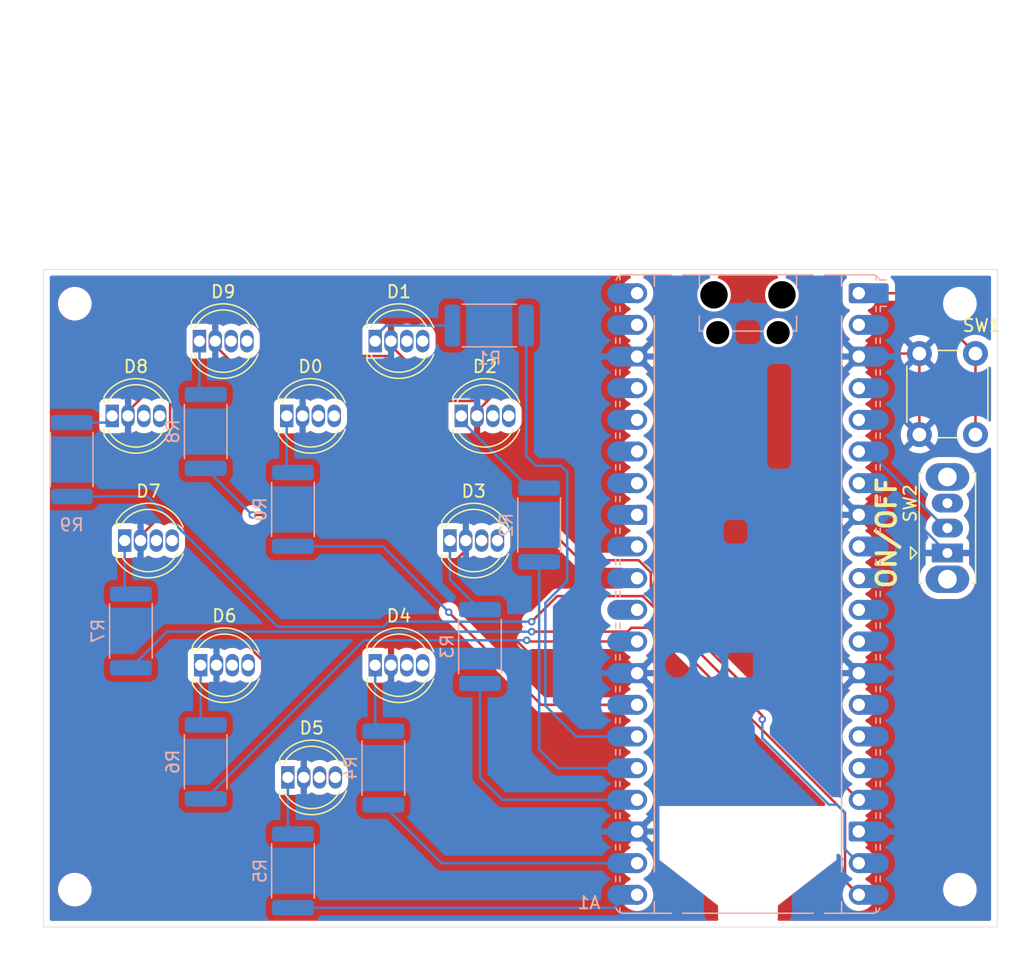
<source format=kicad_pcb>
(kicad_pcb (version 20241229) (generator "pcbnew") (generator_version "9.0")
  (layers (0 "F.Cu" signal) (2 "B.Cu" signal) (13 "F.Paste" user) (15 "B.Paste" user) (5 "F.SilkS" user "F.Silkscreen") (7 "B.SilkS" user "B.Silkscreen") (1 "F.Mask" user) (3 "B.Mask" user) (25 "Edge.Cuts" user))
  (net 0 "")
  (net 2 "RED7")
  (net 8 "RED4")
  (net 13 "RED6")
  (net 15 "RED3")
  (net 17 "RED1")
  (net 18 "RED0")
  (net 19 "RED2")
  (net 21 "RED5")
  (net 22 "GND")
  (net 41 "RED8")
  (net 42 "RED9")
  (net 45 "Net-(D0-RA)")
  (net 46 "Net-(D1-RA)")
  (net 47 "Net-(D2-RA)")
  (net 48 "Net-(D3-RA)")
  (net 49 "Net-(D4-RA)")
  (net 50 "Net-(D5-RA)")
  (net 51 "Net-(D6-RA)")
  (net 52 "Net-(D7-RA)")
  (net 53 "Net-(D8-RA)")
  (net 54 "Net-(D9-RA)")
  (net 59 "Net-(A1-GPIO0)")
  (net 64 "Net-(A1-GPIO4)")
  (footprint "LED_THT:LED_D5.0mm-4_RGB" (layer "F.Cu") (at 96.095 63)
    (property "Reference" "D5" (at 1.905 -3.96 0) (layer "F.SilkS"))
    (property "Value" "LED_RKGB")
    (pad "1" thru_hole rect (at 0 0) (size 1.07 1.8) (drill 0.9) (layers "*.Cu" "*.Mask") (net 50 "Net-(D5-RA)"))
    (pad "2" thru_hole oval (at 1.27 0) (size 1.07 1.8) (drill 0.9) (layers "*.Cu" "*.Mask") (net 22 "GND"))
    (pad "3" thru_hole oval (at 2.54 0) (size 1.07 1.8) (drill 0.9) (layers "*.Cu" "*.Mask"))
    (pad "4" thru_hole oval (at 3.81 0) (size 1.07 1.8) (drill 0.9) (layers "*.Cu" "*.Mask"))
  )
  (footprint "LED_THT:LED_D5.0mm-4_RGB" (layer "F.Cu") (at 89.095 54)
    (property "Reference" "D6" (at 1.905 -3.96 0) (layer "F.SilkS"))
    (property "Value" "LED_RKGB")
    (pad "1" thru_hole rect (at 0 0) (size 1.07 1.8) (drill 0.9) (layers "*.Cu" "*.Mask") (net 51 "Net-(D6-RA)"))
    (pad "2" thru_hole oval (at 1.27 0) (size 1.07 1.8) (drill 0.9) (layers "*.Cu" "*.Mask") (net 22 "GND"))
    (pad "3" thru_hole oval (at 2.54 0) (size 1.07 1.8) (drill 0.9) (layers "*.Cu" "*.Mask"))
    (pad "4" thru_hole oval (at 3.81 0) (size 1.07 1.8) (drill 0.9) (layers "*.Cu" "*.Mask"))
  )
  (footprint "LED_THT:LED_D5.0mm-4_RGB" (layer "F.Cu") (at 83 44)
    (property "Reference" "D7" (at 1.905 -3.96 0) (layer "F.SilkS"))
    (property "Value" "LED_RKGB")
    (pad "1" thru_hole rect (at 0 0) (size 1.07 1.8) (drill 0.9) (layers "*.Cu" "*.Mask") (net 52 "Net-(D7-RA)"))
    (pad "2" thru_hole oval (at 1.27 0) (size 1.07 1.8) (drill 0.9) (layers "*.Cu" "*.Mask") (net 22 "GND"))
    (pad "3" thru_hole oval (at 2.54 0) (size 1.07 1.8) (drill 0.9) (layers "*.Cu" "*.Mask"))
    (pad "4" thru_hole oval (at 3.81 0) (size 1.07 1.8) (drill 0.9) (layers "*.Cu" "*.Mask"))
  )
  (footprint "MountingHole:MountingHole_2.2mm_M2" (layer "F.Cu") (at 150 72)
    (property "Reference" "H3" (hide yes))
    (property "Value" "MountingHole")
    (pad "" np_thru_hole circle (at 0 0) (size 2.2 2.2) (drill 2.2) (layers "*.Cu" "*.Mask"))
  )
  (footprint "Button_Switch_THT:SW_PUSH_6mm_H4.3mm" (layer "F.Cu") (at 151.25 29 -90)
    (property "Reference" "SW1" (at -2.25 -0.5 180) (layer "F.SilkS"))
    (property "Value" "MODE_SELECT")
    (pad "1" thru_hole circle (at 0 0) (size 2 2) (drill 1.1) (layers "*.Cu" "*.Mask") (net 59 "Net-(A1-GPIO0)"))
    (pad "1" thru_hole circle (at 6.5 0) (size 2 2) (drill 1.1) (layers "*.Cu" "*.Mask") (net 59 "Net-(A1-GPIO0)"))
    (pad "2" thru_hole circle (at 0 4.5) (size 2 2) (drill 1.1) (layers "*.Cu" "*.Mask") (net 22 "GND"))
    (pad "2" thru_hole circle (at 6.5 4.5) (size 2 2) (drill 1.1) (layers "*.Cu" "*.Mask") (net 22 "GND"))
  )
  (footprint "MountingHole:MountingHole_2.2mm_M2" (layer "F.Cu") (at 79 72)
    (property "Reference" "H2" (hide yes))
    (property "Value" "MountingHole")
    (pad "" np_thru_hole circle (at 0 0) (size 2.2 2.2) (drill 2.2) (layers "*.Cu" "*.Mask"))
  )
  (footprint "LED_THT:LED_D5.0mm-4_RGB" (layer "F.Cu") (at 82 34)
    (property "Reference" "D8" (at 1.905 -3.96 0) (layer "F.SilkS"))
    (property "Value" "LED_RKGB")
    (pad "1" thru_hole rect (at 0 0) (size 1.07 1.8) (drill 0.9) (layers "*.Cu" "*.Mask") (net 53 "Net-(D8-RA)"))
    (pad "2" thru_hole oval (at 1.27 0) (size 1.07 1.8) (drill 0.9) (layers "*.Cu" "*.Mask") (net 22 "GND"))
    (pad "3" thru_hole oval (at 2.54 0) (size 1.07 1.8) (drill 0.9) (layers "*.Cu" "*.Mask"))
    (pad "4" thru_hole oval (at 3.81 0) (size 1.07 1.8) (drill 0.9) (layers "*.Cu" "*.Mask"))
  )
  (footprint "LED_THT:LED_D5.0mm-4_RGB" (layer "F.Cu") (at 110 34)
    (property "Reference" "D2" (at 1.905 -3.96 0) (layer "F.SilkS"))
    (property "Value" "LED_RKGB")
    (pad "1" thru_hole rect (at 0 0) (size 1.07 1.8) (drill 0.9) (layers "*.Cu" "*.Mask") (net 47 "Net-(D2-RA)"))
    (pad "2" thru_hole oval (at 1.27 0) (size 1.07 1.8) (drill 0.9) (layers "*.Cu" "*.Mask") (net 22 "GND"))
    (pad "3" thru_hole oval (at 2.54 0) (size 1.07 1.8) (drill 0.9) (layers "*.Cu" "*.Mask"))
    (pad "4" thru_hole oval (at 3.81 0) (size 1.07 1.8) (drill 0.9) (layers "*.Cu" "*.Mask"))
  )
  (footprint "LED_THT:LED_D5.0mm-4_RGB" (layer "F.Cu") (at 103.095 28)
    (property "Reference" "D1" (at 1.905 -3.96 0) (layer "F.SilkS"))
    (property "Value" "LED_RKGB")
    (pad "1" thru_hole rect (at 0 0) (size 1.07 1.8) (drill 0.9) (layers "*.Cu" "*.Mask") (net 46 "Net-(D1-RA)"))
    (pad "2" thru_hole oval (at 1.27 0) (size 1.07 1.8) (drill 0.9) (layers "*.Cu" "*.Mask") (net 22 "GND"))
    (pad "3" thru_hole oval (at 2.54 0) (size 1.07 1.8) (drill 0.9) (layers "*.Cu" "*.Mask"))
    (pad "4" thru_hole oval (at 3.81 0) (size 1.07 1.8) (drill 0.9) (layers "*.Cu" "*.Mask"))
  )
  (footprint "Button_Switch_THT:SW_Slide_SPDT_Straight_CK_OS102011MS2Q" (layer "F.Cu") (at 149 45 90)
    (property "Reference" "SW2" (at 3.99 -2.99 90) (layer "F.SilkS"))
    (property "Value" "SWITCH")
    (pad "" thru_hole oval (at -2.1 0 90) (size 2.2 3.5) (drill 1.5) (layers "*.Cu" "*.Mask"))
    (pad "" thru_hole oval (at 6.1 0 90) (size 2.2 3.5) (drill 1.5) (layers "*.Cu" "*.Mask"))
    (pad "1" thru_hole rect (at 0 0 90) (size 1.5 2.5) (drill 0.8) (layers "*.Cu" "*.Mask") (net 22 "GND"))
    (pad "2" thru_hole oval (at 2 0 90) (size 1.5 2.5) (drill 0.8) (layers "*.Cu" "*.Mask") (net 64 "Net-(A1-GPIO4)"))
    (pad "3" thru_hole oval (at 4 0 90) (size 1.5 2.5) (drill 0.8) (layers "*.Cu" "*.Mask"))
  )
  (footprint "LED_THT:LED_D5.0mm-4_RGB" (layer "F.Cu") (at 89 28)
    (property "Reference" "D9" (at 1.905 -3.96 0) (layer "F.SilkS"))
    (property "Value" "LED_RKGB")
    (pad "1" thru_hole rect (at 0 0) (size 1.07 1.8) (drill 0.9) (layers "*.Cu" "*.Mask") (net 54 "Net-(D9-RA)"))
    (pad "2" thru_hole oval (at 1.27 0) (size 1.07 1.8) (drill 0.9) (layers "*.Cu" "*.Mask") (net 22 "GND"))
    (pad "3" thru_hole oval (at 2.54 0) (size 1.07 1.8) (drill 0.9) (layers "*.Cu" "*.Mask"))
    (pad "4" thru_hole oval (at 3.81 0) (size 1.07 1.8) (drill 0.9) (layers "*.Cu" "*.Mask"))
  )
  (footprint "LED_THT:LED_D5.0mm-4_RGB" (layer "F.Cu") (at 96 34)
    (property "Reference" "D0" (at 1.905 -3.96 0) (layer "F.SilkS"))
    (property "Value" "LED_RKGB")
    (pad "1" thru_hole rect (at 0 0) (size 1.07 1.8) (drill 0.9) (layers "*.Cu" "*.Mask") (net 45 "Net-(D0-RA)"))
    (pad "2" thru_hole oval (at 1.27 0) (size 1.07 1.8) (drill 0.9) (layers "*.Cu" "*.Mask") (net 22 "GND"))
    (pad "3" thru_hole oval (at 2.54 0) (size 1.07 1.8) (drill 0.9) (layers "*.Cu" "*.Mask"))
    (pad "4" thru_hole oval (at 3.81 0) (size 1.07 1.8) (drill 0.9) (layers "*.Cu" "*.Mask"))
  )
  (footprint "MountingHole:MountingHole_2.2mm_M2" (layer "F.Cu") (at 79 25)
    (property "Reference" "H1" (hide yes))
    (property "Value" "MountingHole")
    (pad "" np_thru_hole circle (at 0 0) (size 2.2 2.2) (drill 2.2) (layers "*.Cu" "*.Mask"))
  )
  (footprint "LED_THT:LED_D5.0mm-4_RGB" (layer "F.Cu") (at 109.095 44)
    (property "Reference" "D3" (at 1.905 -3.96 0) (layer "F.SilkS"))
    (property "Value" "LED_RKGB")
    (pad "1" thru_hole rect (at 0 0) (size 1.07 1.8) (drill 0.9) (layers "*.Cu" "*.Mask") (net 48 "Net-(D3-RA)"))
    (pad "2" thru_hole oval (at 1.27 0) (size 1.07 1.8) (drill 0.9) (layers "*.Cu" "*.Mask") (net 22 "GND"))
    (pad "3" thru_hole oval (at 2.54 0) (size 1.07 1.8) (drill 0.9) (layers "*.Cu" "*.Mask"))
    (pad "4" thru_hole oval (at 3.81 0) (size 1.07 1.8) (drill 0.9) (layers "*.Cu" "*.Mask"))
  )
  (footprint "LED_THT:LED_D5.0mm-4_RGB" (layer "F.Cu") (at 103.095 54)
    (property "Reference" "D4" (at 1.905 -3.96 0) (layer "F.SilkS"))
    (property "Value" "LED_RKGB")
    (pad "1" thru_hole rect (at 0 0) (size 1.07 1.8) (drill 0.9) (layers "*.Cu" "*.Mask") (net 49 "Net-(D4-RA)"))
    (pad "2" thru_hole oval (at 1.27 0) (size 1.07 1.8) (drill 0.9) (layers "*.Cu" "*.Mask") (net 22 "GND"))
    (pad "3" thru_hole oval (at 2.54 0) (size 1.07 1.8) (drill 0.9) (layers "*.Cu" "*.Mask"))
    (pad "4" thru_hole oval (at 3.81 0) (size 1.07 1.8) (drill 0.9) (layers "*.Cu" "*.Mask"))
  )
  (footprint "MountingHole:MountingHole_2.2mm_M2" (layer "F.Cu") (at 150 25)
    (property "Reference" "H4" (hide yes))
    (property "Value" "MountingHole")
    (pad "" np_thru_hole circle (at 0 0) (size 2.2 2.2) (drill 2.2) (layers "*.Cu" "*.Mask"))
  )
  (footprint "Resistor_SMD:R_2512_6332Metric" (layer "B.Cu") (at 78.75 37.5 -90)
    (property "Reference" "R9" (at 5.25 0 180) (layer "B.SilkS") (effects (justify mirror)))
    (property "Value" "560Ohm")
    (pad "1" smd roundrect (at -2.9625 0 270) (size 1.225 3.35) (layers "B.Cu" "B.Mask" "B.Paste") (roundrect_rratio 0.204082) (net 53 "Net-(D8-RA)"))
    (pad "2" smd roundrect (at 2.9625 0 270) (size 1.225 3.35) (layers "B.Cu" "B.Mask" "B.Paste") (roundrect_rratio 0.204082) (net 41 "RED8"))
  )
  (footprint "Resistor_SMD:R_2512_6332Metric" (layer "B.Cu") (at 96.5 70.5 -90)
    (property "Reference" "R5" (at 0 2.63 90) (layer "B.SilkS") (effects (justify mirror)))
    (property "Value" "560Ohm")
    (pad "1" smd roundrect (at -2.9625 0 270) (size 1.225 3.35) (layers "B.Cu" "B.Mask" "B.Paste") (roundrect_rratio 0.204082) (net 50 "Net-(D5-RA)"))
    (pad "2" smd roundrect (at 2.9625 0 270) (size 1.225 3.35) (layers "B.Cu" "B.Mask" "B.Paste") (roundrect_rratio 0.204082) (net 21 "RED5"))
  )
  (footprint "Resistor_SMD:R_2512_6332Metric" (layer "B.Cu") (at 83.5 51.25 -90)
    (property "Reference" "R7" (at 0 2.63 90) (layer "B.SilkS") (effects (justify mirror)))
    (property "Value" "560Ohm")
    (pad "1" smd roundrect (at -2.9625 0 270) (size 1.225 3.35) (layers "B.Cu" "B.Mask" "B.Paste") (roundrect_rratio 0.204082) (net 52 "Net-(D7-RA)"))
    (pad "2" smd roundrect (at 2.9625 0 270) (size 1.225 3.35) (layers "B.Cu" "B.Mask" "B.Paste") (roundrect_rratio 0.204082) (net 2 "RED7"))
  )
  (footprint "Resistor_SMD:R_2512_6332Metric" (layer "B.Cu") (at 89.5 35.25 -90)
    (property "Reference" "R8" (at 0 2.63 90) (layer "B.SilkS") (effects (justify mirror)))
    (property "Value" "560Ohm")
    (pad "1" smd roundrect (at -2.9625 0 270) (size 1.225 3.35) (layers "B.Cu" "B.Mask" "B.Paste") (roundrect_rratio 0.204082) (net 54 "Net-(D9-RA)"))
    (pad "2" smd roundrect (at 2.9625 0 270) (size 1.225 3.35) (layers "B.Cu" "B.Mask" "B.Paste") (roundrect_rratio 0.204082) (net 42 "RED9"))
  )
  (footprint "Resistor_SMD:R_2512_6332Metric" (layer "B.Cu") (at 112.25 26.75)
    (property "Reference" "R1" (at 0 2.63 0) (layer "B.SilkS") (effects (justify mirror)))
    (property "Value" "560Ohm")
    (pad "1" smd roundrect (at -2.9625 0) (size 1.225 3.35) (layers "B.Cu" "B.Mask" "B.Paste") (roundrect_rratio 0.204082) (net 46 "Net-(D1-RA)"))
    (pad "2" smd roundrect (at 2.9625 0) (size 1.225 3.35) (layers "B.Cu" "B.Mask" "B.Paste") (roundrect_rratio 0.204082) (net 17 "RED1"))
  )
  (footprint "Resistor_SMD:R_2512_6332Metric" (layer "B.Cu") (at 111.5 52.5 -90)
    (property "Reference" "R3" (at 0 2.63 90) (layer "B.SilkS") (effects (justify mirror)))
    (property "Value" "R_Small")
    (pad "1" smd roundrect (at -2.9625 0 270) (size 1.225 3.35) (layers "B.Cu" "B.Mask" "B.Paste") (roundrect_rratio 0.204082) (net 48 "Net-(D3-RA)"))
    (pad "2" smd roundrect (at 2.9625 0 270) (size 1.225 3.35) (layers "B.Cu" "B.Mask" "B.Paste") (roundrect_rratio 0.204082) (net 15 "RED3"))
  )
  (footprint "Resistor_SMD:R_2512_6332Metric" (layer "B.Cu") (at 89.5 61.75 -90)
    (property "Reference" "R6" (at 0 2.63 90) (layer "B.SilkS") (effects (justify mirror)))
    (property "Value" "560Ohm")
    (pad "1" smd roundrect (at -2.9625 0 270) (size 1.225 3.35) (layers "B.Cu" "B.Mask" "B.Paste") (roundrect_rratio 0.204082) (net 51 "Net-(D6-RA)"))
    (pad "2" smd roundrect (at 2.9625 0 270) (size 1.225 3.35) (layers "B.Cu" "B.Mask" "B.Paste") (roundrect_rratio 0.204082) (net 13 "RED6"))
  )
  (footprint "Resistor_SMD:R_2512_6332Metric" (layer "B.Cu") (at 116.25 42.75 -90)
    (property "Reference" "R2" (at 0 2.63 90) (layer "B.SilkS") (effects (justify mirror)))
    (property "Value" "560Ohm" (hide yes))
    (pad "1" smd roundrect (at -2.9625 0 270) (size 1.225 3.35) (layers "B.Cu" "B.Mask" "B.Paste") (roundrect_rratio 0.204082) (net 47 "Net-(D2-RA)"))
    (pad "2" smd roundrect (at 2.9625 0 270) (size 1.225 3.35) (layers "B.Cu" "B.Mask" "B.Paste") (roundrect_rratio 0.204082) (net 19 "RED2"))
  )
  (footprint "Resistor_SMD:R_2512_6332Metric" (layer "B.Cu") (at 103.75 62.25 -90)
    (property "Reference" "R4" (at 0 2.63 90) (layer "B.SilkS") (effects (justify mirror)))
    (property "Value" "560Ohm")
    (pad "1" smd roundrect (at -2.9625 0 270) (size 1.225 3.35) (layers "B.Cu" "B.Mask" "B.Paste") (roundrect_rratio 0.204082) (net 49 "Net-(D4-RA)"))
    (pad "2" smd roundrect (at 2.9625 0 270) (size 1.225 3.35) (layers "B.Cu" "B.Mask" "B.Paste") (roundrect_rratio 0.204082) (net 8 "RED4"))
  )
  (footprint "Resistor_SMD:R_2512_6332Metric" (layer "B.Cu") (at 96.5 41.5 -90)
    (property "Reference" "R0" (at 0 2.63 90) (layer "B.SilkS") (effects (justify mirror)))
    (property "Value" "560Ohm")
    (pad "1" smd roundrect (at -2.9625 0 270) (size 1.225 3.35) (layers "B.Cu" "B.Mask" "B.Paste") (roundrect_rratio 0.204082) (net 45 "Net-(D0-RA)"))
    (pad "2" smd roundrect (at 2.9625 0 270) (size 1.225 3.35) (layers "B.Cu" "B.Mask" "B.Paste") (roundrect_rratio 0.204082) (net 18 "RED0"))
  )
  (footprint "Module:RaspberryPi_Pico_Common_Unspecified" (layer "B.Cu") (at 133 48.2875 180)
    (property "Reference" "A1" (at 11.7475 -24.765 0) (layer "B.SilkS") (effects (justify left mirror)))
    (property "Value" "RaspberryPi_Pico")
    (pad "" np_thru_hole circle (at -2.725 24 180) (size 2.2 2.2) (drill 2.2) (layers "*.Mask"))
    (pad "" np_thru_hole circle (at -2.425 20.97 180) (size 1.85 1.85) (drill 1.85) (layers "*.Mask"))
    (pad "" np_thru_hole circle (at 2.425 20.97 180) (size 1.85 1.85) (drill 1.85) (layers "*.Mask"))
    (pad "" np_thru_hole circle (at 2.725 24 180) (size 2.2 2.2) (drill 2.2) (layers "*.Mask"))
    (pad "1" smd custom (at -9.69 24.13 180) (size 1.6 0.8) (layers "B.Cu" "B.Mask") (net 59 "Net-(A1-GPIO0)") (options (clearance outline) (anchor rect)) (primitives (gr_circle (center 0.8 0) (end 1.6 0) (width 0) (fill yes)) (gr_poly (pts (xy -1.6 0.6) (xy -1.6 -0.6) (xy -1.4 -0.8) (xy 0.8 -0.8) (xy 0.8 0.8) (xy -1.4 0.8)) (width 0) (fill yes)) (gr_circle (center -1.4 0.6) (end -1.2 0.6) (width 0) (fill yes)) (gr_circle (center -1.4 -0.6) (end -1.2 -0.6) (width 0) (fill yes))))
    (pad "1" thru_hole roundrect (at -8.89 24.13 180) (size 1.6 1.6) (drill 1) (layers "*.Cu" "*.Mask") (roundrect_rratio 0.125) (net 59 "Net-(A1-GPIO0)"))
    (pad "2" smd roundrect (at -9.69 21.59 180) (size 3.2 1.6) (layers "B.Cu" "B.Mask") (roundrect_rratio 0.5))
    (pad "2" thru_hole circle (at -8.89 21.59 180) (size 1.6 1.6) (drill 1) (layers "*.Cu" "*.Mask"))
    (pad "3" smd custom (at -9.69 19.05 180) (size 1.6 0.8) (layers "B.Cu" "B.Mask") (net 22 "GND") (options (clearance outline) (anchor rect)) (primitives (gr_circle (center -0.8 0) (end 0 0) (width 0) (fill yes)) (gr_poly (pts (xy 1.6 0.6) (xy 1.6 -0.6) (xy 1.4 -0.8) (xy -0.8 -0.8) (xy -0.8 0.8) (xy 1.4 0.8)) (width 0) (fill yes)) (gr_circle (center 1.4 0.6) (end 1.6 0.6) (width 0) (fill yes)) (gr_circle (center 1.4 -0.6) (end 1.6 -0.6) (width 0) (fill yes))))
    (pad "3" thru_hole custom (at -8.89 19.05 180) (size 1.6 1.6) (drill 1) (layers "*.Cu" "*.Mask") (net 22 "GND") (options (clearance outline) (anchor circle)) (primitives (gr_poly (pts (xy 0.8 -0.6) (xy 0.8 0.6) (xy 0.6 0.8) (xy 0 0.8) (xy 0 -0.8) (xy 0.6 -0.8)) (width 0) (fill yes)) (gr_circle (center 0.6 -0.6) (end 0.8 -0.6) (width 0) (fill yes)) (gr_circle (center 0.6 0.6) (end 0.8 0.6) (width 0) (fill yes))))
    (pad "4" smd roundrect (at -9.69 16.51 180) (size 3.2 1.6) (layers "B.Cu" "B.Mask") (roundrect_rratio 0.5))
    (pad "4" thru_hole circle (at -8.89 16.51 180) (size 1.6 1.6) (drill 1) (layers "*.Cu" "*.Mask"))
    (pad "5" smd roundrect (at -9.69 13.97 180) (size 3.2 1.6) (layers "B.Cu" "B.Mask") (roundrect_rratio 0.5))
    (pad "5" thru_hole circle (at -8.89 13.97 180) (size 1.6 1.6) (drill 1) (layers "*.Cu" "*.Mask"))
    (pad "6" smd roundrect (at -9.69 11.43 180) (size 3.2 1.6) (layers "B.Cu" "B.Mask") (roundrect_rratio 0.5) (net 64 "Net-(A1-GPIO4)"))
    (pad "6" thru_hole circle (at -8.89 11.43 180) (size 1.6 1.6) (drill 1) (layers "*.Cu" "*.Mask") (net 64 "Net-(A1-GPIO4)"))
    (pad "7" smd roundrect (at -9.69 8.89 180) (size 3.2 1.6) (layers "B.Cu" "B.Mask") (roundrect_rratio 0.5))
    (pad "7" thru_hole circle (at -8.89 8.89 180) (size 1.6 1.6) (drill 1) (layers "*.Cu" "*.Mask"))
    (pad "8" smd custom (at -9.69 6.35 180) (size 1.6 0.8) (layers "B.Cu" "B.Mask") (net 22 "GND") (options (clearance outline) (anchor rect)) (primitives (gr_circle (center -0.8 0) (end 0 0) (width 0) (fill yes)) (gr_poly (pts (xy 1.6 0.6) (xy 1.6 -0.6) (xy 1.4 -0.8) (xy -0.8 -0.8) (xy -0.8 0.8) (xy 1.4 0.8)) (width 0) (fill yes)) (gr_circle (center 1.4 0.6) (end 1.6 0.6) (width 0) (fill yes)) (gr_circle (center 1.4 -0.6) (end 1.6 -0.6) (width 0) (fill yes))))
    (pad "8" thru_hole custom (at -8.89 6.35 180) (size 1.6 1.6) (drill 1) (layers "*.Cu" "*.Mask") (net 22 "GND") (options (clearance outline) (anchor circle)) (primitives (gr_poly (pts (xy 0.8 -0.6) (xy 0.8 0.6) (xy 0.6 0.8) (xy 0 0.8) (xy 0 -0.8) (xy 0.6 -0.8)) (width 0) (fill yes)) (gr_circle (center 0.6 -0.6) (end 0.8 -0.6) (width 0) (fill yes)) (gr_circle (center 0.6 0.6) (end 0.8 0.6) (width 0) (fill yes))))
    (pad "9" smd roundrect (at -9.69 3.81 180) (size 3.2 1.6) (layers "B.Cu" "B.Mask") (roundrect_rratio 0.5))
    (pad "9" thru_hole circle (at -8.89 3.81 180) (size 1.6 1.6) (drill 1) (layers "*.Cu" "*.Mask"))
    (pad "10" smd roundrect (at -9.69 1.27 180) (size 3.2 1.6) (layers "B.Cu" "B.Mask") (roundrect_rratio 0.5))
    (pad "10" thru_hole circle (at -8.89 1.27 180) (size 1.6 1.6) (drill 1) (layers "*.Cu" "*.Mask"))
    (pad "11" smd roundrect (at -9.69 -1.27 180) (size 3.2 1.6) (layers "B.Cu" "B.Mask") (roundrect_rratio 0.5))
    (pad "11" thru_hole circle (at -8.89 -1.27 180) (size 1.6 1.6) (drill 1) (layers "*.Cu" "*.Mask"))
    (pad "12" smd roundrect (at -9.69 -3.81 180) (size 3.2 1.6) (layers "B.Cu" "B.Mask") (roundrect_rratio 0.5))
    (pad "12" thru_hole circle (at -8.89 -3.81 180) (size 1.6 1.6) (drill 1) (layers "*.Cu" "*.Mask"))
    (pad "13" smd custom (at -9.69 -6.35 180) (size 1.6 0.8) (layers "B.Cu" "B.Mask") (net 22 "GND") (options (clearance outline) (anchor rect)) (primitives (gr_circle (center -0.8 0) (end 0 0) (width 0) (fill yes)) (gr_poly (pts (xy 1.6 0.6) (xy 1.6 -0.6) (xy 1.4 -0.8) (xy -0.8 -0.8) (xy -0.8 0.8) (xy 1.4 0.8)) (width 0) (fill yes)) (gr_circle (center 1.4 0.6) (end 1.6 0.6) (width 0) (fill yes)) (gr_circle (center 1.4 -0.6) (end 1.6 -0.6) (width 0) (fill yes))))
    (pad "13" thru_hole custom (at -8.89 -6.35 180) (size 1.6 1.6) (drill 1) (layers "*.Cu" "*.Mask") (net 22 "GND") (options (clearance outline) (anchor circle)) (primitives (gr_poly (pts (xy 0.8 -0.6) (xy 0.8 0.6) (xy 0.6 0.8) (xy 0 0.8) (xy 0 -0.8) (xy 0.6 -0.8)) (width 0) (fill yes)) (gr_circle (center 0.6 -0.6) (end 0.8 -0.6) (width 0) (fill yes)) (gr_circle (center 0.6 0.6) (end 0.8 0.6) (width 0) (fill yes))))
    (pad "14" smd roundrect (at -9.69 -8.89 180) (size 3.2 1.6) (layers "B.Cu" "B.Mask") (roundrect_rratio 0.5))
    (pad "14" thru_hole circle (at -8.89 -8.89 180) (size 1.6 1.6) (drill 1) (layers "*.Cu" "*.Mask"))
    (pad "15" smd roundrect (at -9.69 -11.43 180) (size 3.2 1.6) (layers "B.Cu" "B.Mask") (roundrect_rratio 0.5))
    (pad "15" thru_hole circle (at -8.89 -11.43 180) (size 1.6 1.6) (drill 1) (layers "*.Cu" "*.Mask"))
    (pad "16" smd roundrect (at -9.69 -13.97 180) (size 3.2 1.6) (layers "B.Cu" "B.Mask") (roundrect_rratio 0.5))
    (pad "16" thru_hole circle (at -8.89 -13.97 180) (size 1.6 1.6) (drill 1) (layers "*.Cu" "*.Mask"))
    (pad "17" smd roundrect (at -9.69 -16.51 180) (size 3.2 1.6) (layers "B.Cu" "B.Mask") (roundrect_rratio 0.5) (net 42 "RED9"))
    (pad "17" thru_hole circle (at -8.89 -16.51 180) (size 1.6 1.6) (drill 1) (layers "*.Cu" "*.Mask") (net 42 "RED9"))
    (pad "18" smd custom (at -9.69 -19.05 180) (size 1.6 0.8) (layers "B.Cu" "B.Mask") (net 22 "GND") (options (clearance outline) (anchor rect)) (primitives (gr_circle (center -0.8 0) (end 0 0) (width 0) (fill yes)) (gr_poly (pts (xy 1.6 0.6) (xy 1.6 -0.6) (xy 1.4 -0.8) (xy -0.8 -0.8) (xy -0.8 0.8) (xy 1.4 0.8)) (width 0) (fill yes)) (gr_circle (center 1.4 0.6) (end 1.6 0.6) (width 0) (fill yes)) (gr_circle (center 1.4 -0.6) (end 1.6 -0.6) (width 0) (fill yes))))
    (pad "18" thru_hole custom (at -8.89 -19.05 180) (size 1.6 1.6) (drill 1) (layers "*.Cu" "*.Mask") (net 22 "GND") (options (clearance outline) (anchor circle)) (primitives (gr_poly (pts (xy 0.8 -0.6) (xy 0.8 0.6) (xy 0.6 0.8) (xy 0 0.8) (xy 0 -0.8) (xy 0.6 -0.8)) (width 0) (fill yes)) (gr_circle (center 0.6 -0.6) (end 0.8 -0.6) (width 0) (fill yes)) (gr_circle (center 0.6 0.6) (end 0.8 0.6) (width 0) (fill yes))))
    (pad "19" smd roundrect (at -9.69 -21.59 180) (size 3.2 1.6) (layers "B.Cu" "B.Mask") (roundrect_rratio 0.5) (net 41 "RED8"))
    (pad "19" thru_hole circle (at -8.89 -21.59 180) (size 1.6 1.6) (drill 1) (layers "*.Cu" "*.Mask") (net 41 "RED8"))
    (pad "20" smd roundrect (at -9.69 -24.13 180) (size 3.2 1.6) (layers "B.Cu" "B.Mask") (roundrect_rratio 0.5) (net 2 "RED7"))
    (pad "20" thru_hole circle (at -8.89 -24.13 180) (size 1.6 1.6) (drill 1) (layers "*.Cu" "*.Mask") (net 2 "RED7"))
    (pad "21" thru_hole circle (at 8.89 -24.13 180) (size 1.6 1.6) (drill 1) (layers "*.Cu" "*.Mask") (net 21 "RED5"))
    (pad "21" smd roundrect (at 9.69 -24.13 180) (size 3.2 1.6) (layers "B.Cu" "B.Mask") (roundrect_rratio 0.5) (net 21 "RED5"))
    (pad "22" thru_hole circle (at 8.89 -21.59 180) (size 1.6 1.6) (drill 1) (layers "*.Cu" "*.Mask") (net 8 "RED4"))
    (pad "22" smd roundrect (at 9.69 -21.59 180) (size 3.2 1.6) (layers "B.Cu" "B.Mask") (roundrect_rratio 0.5) (net 8 "RED4"))
    (pad "23" thru_hole custom (at 8.89 -19.05 180) (size 1.6 1.6) (drill 1) (layers "*.Cu" "*.Mask") (net 22 "GND") (options (clearance outline) (anchor circle)) (primitives (gr_poly (pts (xy -0.8 -0.6) (xy -0.8 0.6) (xy -0.6 0.8) (xy 0 0.8) (xy 0 -0.8) (xy -0.6 -0.8)) (width 0) (fill yes)) (gr_circle (center -0.6 -0.6) (end -0.4 -0.6) (width 0) (fill yes)) (gr_circle (center -0.6 0.6) (end -0.4 0.6) (width 0) (fill yes))))
    (pad "23" smd custom (at 9.69 -19.05 180) (size 1.6 0.8) (layers "B.Cu" "B.Mask") (net 22 "GND") (options (clearance outline) (anchor rect)) (primitives (gr_circle (center 0.8 0) (end 1.6 0) (width 0) (fill yes)) (gr_poly (pts (xy -1.6 0.6) (xy -1.6 -0.6) (xy -1.4 -0.8) (xy 0.8 -0.8) (xy 0.8 0.8) (xy -1.4 0.8)) (width 0) (fill yes)) (gr_circle (center -1.4 0.6) (end -1.2 0.6) (width 0) (fill yes)) (gr_circle (center -1.4 -0.6) (end -1.2 -0.6) (width 0) (fill yes))))
    (pad "24" thru_hole circle (at 8.89 -16.51 180) (size 1.6 1.6) (drill 1) (layers "*.Cu" "*.Mask") (net 15 "RED3"))
    (pad "24" smd roundrect (at 9.69 -16.51 180) (size 3.2 1.6) (layers "B.Cu" "B.Mask") (roundrect_rratio 0.5) (net 15 "RED3"))
    (pad "25" thru_hole circle (at 8.89 -13.97 180) (size 1.6 1.6) (drill 1) (layers "*.Cu" "*.Mask") (net 19 "RED2"))
    (pad "25" smd roundrect (at 9.69 -13.97 180) (size 3.2 1.6) (layers "B.Cu" "B.Mask") (roundrect_rratio 0.5) (net 19 "RED2"))
    (pad "26" thru_hole circle (at 8.89 -11.43 180) (size 1.6 1.6) (drill 1) (layers "*.Cu" "*.Mask") (net 17 "RED1"))
    (pad "26" smd roundrect (at 9.69 -11.43 180) (size 3.2 1.6) (layers "B.Cu" "B.Mask") (roundrect_rratio 0.5) (net 17 "RED1"))
    (pad "27" thru_hole circle (at 8.89 -8.89 180) (size 1.6 1.6) (drill 1) (layers "*.Cu" "*.Mask") (net 18 "RED0"))
    (pad "27" smd roundrect (at 9.69 -8.89 180) (size 3.2 1.6) (layers "B.Cu" "B.Mask") (roundrect_rratio 0.5) (net 18 "RED0"))
    (pad "28" thru_hole custom (at 8.89 -6.35 180) (size 1.6 1.6) (drill 1) (layers "*.Cu" "*.Mask") (net 22 "GND") (options (clearance outline) (anchor circle)) (primitives (gr_poly (pts (xy -0.8 -0.6) (xy -0.8 0.6) (xy -0.6 0.8) (xy 0 0.8) (xy 0 -0.8) (xy -0.6 -0.8)) (width 0) (fill yes)) (gr_circle (center -0.6 -0.6) (end -0.4 -0.6) (width 0) (fill yes)) (gr_circle (center -0.6 0.6) (end -0.4 0.6) (width 0) (fill yes))))
    (pad "28" smd custom (at 9.69 -6.35 180) (size 1.6 0.8) (layers "B.Cu" "B.Mask") (net 22 "GND") (options (clearance outline) (anchor rect)) (primitives (gr_circle (center 0.8 0) (end 1.6 0) (width 0) (fill yes)) (gr_poly (pts (xy -1.6 0.6) (xy -1.6 -0.6) (xy -1.4 -0.8) (xy 0.8 -0.8) (xy 0.8 0.8) (xy -1.4 0.8)) (width 0) (fill yes)) (gr_circle (center -1.4 0.6) (end -1.2 0.6) (width 0) (fill yes)) (gr_circle (center -1.4 -0.6) (end -1.2 -0.6) (width 0) (fill yes))))
    (pad "29" thru_hole circle (at 8.89 -3.81 180) (size 1.6 1.6) (drill 1) (layers "*.Cu" "*.Mask") (net 13 "RED6"))
    (pad "29" smd roundrect (at 9.69 -3.81 180) (size 3.2 1.6) (layers "B.Cu" "B.Mask") (roundrect_rratio 0.5) (net 13 "RED6"))
    (pad "30" thru_hole circle (at 8.89 -1.27 180) (size 1.6 1.6) (drill 1) (layers "*.Cu" "*.Mask"))
    (pad "30" smd roundrect (at 9.69 -1.27 180) (size 3.2 1.6) (layers "B.Cu" "B.Mask") (roundrect_rratio 0.5))
    (pad "31" thru_hole circle (at 8.89 1.27 180) (size 1.6 1.6) (drill 1) (layers "*.Cu" "*.Mask"))
    (pad "31" smd roundrect (at 9.69 1.27 180) (size 3.2 1.6) (layers "B.Cu" "B.Mask") (roundrect_rratio 0.5))
    (pad "32" thru_hole circle (at 8.89 3.81 180) (size 1.6 1.6) (drill 1) (layers "*.Cu" "*.Mask"))
    (pad "32" smd roundrect (at 9.69 3.81 180) (size 3.2 1.6) (layers "B.Cu" "B.Mask") (roundrect_rratio 0.5))
    (pad "33" thru_hole custom (at 8.89 6.35 180) (size 1.6 1.6) (drill 1) (layers "*.Cu" "*.Mask") (options (clearance outline) (anchor circle)) (primitives (gr_poly (pts (xy -0.8 -0.6) (xy -0.8 0.6) (xy -0.6 0.8) (xy 0 0.8) (xy 0 -0.8) (xy -0.6 -0.8)) (width 0) (fill yes)) (gr_circle (center -0.6 -0.6) (end -0.4 -0.6) (width 0) (fill yes)) (gr_circle (center -0.6 0.6) (end -0.4 0.6) (width 0) (fill yes))))
    (pad "33" smd custom (at 9.69 6.35 180) (size 1.6 0.8) (layers "B.Cu" "B.Mask") (options (clearance outline) (anchor rect)) (primitives (gr_circle (center 0.8 0) (end 1.6 0) (width 0) (fill yes)) (gr_poly (pts (xy -1.6 0.6) (xy -1.6 -0.6) (xy -1.4 -0.8) (xy 0.8 -0.8) (xy 0.8 0.8) (xy -1.4 0.8)) (width 0) (fill yes)) (gr_circle (center -1.4 0.6) (end -1.2 0.6) (width 0) (fill yes)) (gr_circle (center -1.4 -0.6) (end -1.2 -0.6) (width 0) (fill yes))))
    (pad "34" thru_hole circle (at 8.89 8.89 180) (size 1.6 1.6) (drill 1) (layers "*.Cu" "*.Mask"))
    (pad "34" smd roundrect (at 9.69 8.89 180) (size 3.2 1.6) (layers "B.Cu" "B.Mask") (roundrect_rratio 0.5))
    (pad "35" thru_hole circle (at 8.89 11.43 180) (size 1.6 1.6) (drill 1) (layers "*.Cu" "*.Mask"))
    (pad "35" smd roundrect (at 9.69 11.43 180) (size 3.2 1.6) (layers "B.Cu" "B.Mask") (roundrect_rratio 0.5))
    (pad "36" thru_hole circle (at 8.89 13.97 180) (size 1.6 1.6) (drill 1) (layers "*.Cu" "*.Mask"))
    (pad "36" smd roundrect (at 9.69 13.97 180) (size 3.2 1.6) (layers "B.Cu" "B.Mask") (roundrect_rratio 0.5))
    (pad "37" thru_hole circle (at 8.89 16.51 180) (size 1.6 1.6) (drill 1) (layers "*.Cu" "*.Mask"))
    (pad "37" smd roundrect (at 9.69 16.51 180) (size 3.2 1.6) (layers "B.Cu" "B.Mask") (roundrect_rratio 0.5))
    (pad "38" thru_hole custom (at 8.89 19.05 180) (size 1.6 1.6) (drill 1) (layers "*.Cu" "*.Mask") (net 22 "GND") (options (clearance outline) (anchor circle)) (primitives (gr_poly (pts (xy -0.8 -0.6) (xy -0.8 0.6) (xy -0.6 0.8) (xy 0 0.8) (xy 0 -0.8) (xy -0.6 -0.8)) (width 0) (fill yes)) (gr_circle (center -0.6 -0.6) (end -0.4 -0.6) (width 0) (fill yes)) (gr_circle (center -0.6 0.6) (end -0.4 0.6) (width 0) (fill yes))))
    (pad "38" smd custom (at 9.69 19.05 180) (size 1.6 0.8) (layers "B.Cu" "B.Mask") (net 22 "GND") (options (clearance outline) (anchor rect)) (primitives (gr_circle (center 0.8 0) (end 1.6 0) (width 0) (fill yes)) (gr_poly (pts (xy -1.6 0.6) (xy -1.6 -0.6) (xy -1.4 -0.8) (xy 0.8 -0.8) (xy 0.8 0.8) (xy -1.4 0.8)) (width 0) (fill yes)) (gr_circle (center -1.4 0.6) (end -1.2 0.6) (width 0) (fill yes)) (gr_circle (center -1.4 -0.6) (end -1.2 -0.6) (width 0) (fill yes))))
    (pad "39" thru_hole circle (at 8.89 21.59 180) (size 1.6 1.6) (drill 1) (layers "*.Cu" "*.Mask"))
    (pad "39" smd roundrect (at 9.69 21.59 180) (size 3.2 1.6) (layers "B.Cu" "B.Mask") (roundrect_rratio 0.5))
    (pad "40" thru_hole circle (at 8.89 24.13 180) (size 1.6 1.6) (drill 1) (layers "*.Cu" "*.Mask"))
    (pad "40" smd roundrect (at 9.69 24.13 180) (size 3.2 1.6) (layers "B.Cu" "B.Mask") (roundrect_rratio 0.5))
    (zone (net 0) (net_name "") (layers "F.Cu" "B.Cu" "F.Paste" "B.Paste") (name "Antenna Copper Keep Out") (connect_pads (clearance 0)) (min_thickness 0.254)
      (keepout (tracks not_allowed) (vias not_allowed) (pads not_allowed) (copperpour not_allowed) (footprints allowed))
      (fill (thermal_gap 0.508) (thermal_bridge_width 0.508))
      (polygon (pts (xy 135.4 73.277395) (xy 140.1 69.627395) (xy 140.1 65.2875) (xy 125.9 65.2875) (xy 125.9 69.627395) (xy 130.6 73.277395) (xy 130.6 74.2875) (xy 135.4 74.2875)))
    )
    (zone (net 0) (net_name "") (layers "B.Cu" "B.Paste") (name "Pad Keep Out D1-W") (connect_pads (clearance 0)) (min_thickness 0.25)
      (keepout (tracks not_allowed) (vias not_allowed) (pads not_allowed) (copperpour not_allowed) (footprints allowed))
      (fill (thermal_gap 0.5) (thermal_bridge_width 0.5))
      (polygon (pts (xy 131.6285 54.9749) (xy 132.4159 54.9749) (xy 132.4159 53.0001) (xy 131.6285 53.0001) (xy 131.5891 53.002022) (xy 131.516298 53.032177) (xy 131.460577 53.087898) (xy 131.430422 53.1607) (xy 131.4285 53.2001) (xy 131.4285 54.7749) (xy 131.430422 54.8143) (xy 131.460577 54.887102) (xy 131.516298 54.942823) (xy 131.5891 54.972978)))
    )
    (zone (net 0) (net_name "") (layers "B.Cu" "B.Paste") (name "Pad Keep Out D1-W") (connect_pads (clearance 0)) (min_thickness 0.25)
      (keepout (tracks not_allowed) (vias not_allowed) (pads not_allowed) (copperpour not_allowed) (footprints allowed))
      (fill (thermal_gap 0.5) (thermal_bridge_width 0.5))
      (polygon (pts (xy 133.371222 53.087898) (xy 133.315502 53.032178) (xy 133.2427 53.002022) (xy 133.2033 53.0001) (xy 132.4159 53.0001) (xy 132.4159 54.9749) (xy 133.2033 54.9749) (xy 133.2427 54.972978) (xy 133.315502 54.942822) (xy 133.371222 54.887102) (xy 133.401378 54.8143) (xy 133.4033 54.7749) (xy 133.4033 53.2001) (xy 133.401378 53.1607)))
    )
    (zone (net 0) (net_name "") (layers "B.Cu" "B.Paste") (name "Pad Keep Out TP2") (connect_pads (clearance 0)) (min_thickness 0.25)
      (keepout (tracks not_allowed) (vias not_allowed) (pads not_allowed) (copperpour not_allowed) (footprints allowed))
      (fill (thermal_gap 0.5) (thermal_bridge_width 0.5))
      (polygon (pts (xy 132 24.9525) (xy 131.55 24.9525) (xy 131.484455 24.950361) (xy 131.357833 24.916433) (xy 131.244306 24.850888) (xy 131.151612 24.758194) (xy 131.086067 24.644667) (xy 131.052139 24.518045) (xy 131.05 24.4525) (xy 131.05 23.5525) (xy 131.052139 23.486955) (xy 131.086067 23.360333) (xy 131.151612 23.246806) (xy 131.244306 23.154112) (xy 131.357833 23.088567) (xy 131.484455 23.054639) (xy 131.55 23.0525) (xy 132 23.0525)))
    )
    (zone (net 0) (net_name "") (layers "B.Cu" "B.Paste") (name "Pad Keep Out TP7") (connect_pads (clearance 0)) (min_thickness 0.25)
      (keepout (tracks not_allowed) (vias not_allowed) (pads not_allowed) (copperpour not_allowed) (footprints allowed))
      (fill (thermal_gap 0.5) (thermal_bridge_width 0.5))
      (polygon (pts (xy 132 44.2375) (xy 131.55 44.2375) (xy 131.484455 44.235361) (xy 131.357833 44.201433) (xy 131.244306 44.135888) (xy 131.151612 44.043194) (xy 131.086067 43.929667) (xy 131.052139 43.803045) (xy 131.05 43.7375) (xy 131.05 42.8375) (xy 131.052139 42.771955) (xy 131.086067 42.645333) (xy 131.151612 42.531806) (xy 131.244306 42.439112) (xy 131.357833 42.373567) (xy 131.484455 42.339639) (xy 131.55 42.3375) (xy 132 42.3375)))
    )
    (zone (net 0) (net_name "") (layers "B.Cu" "B.Paste") (name "Pad Keep Out TP2") (connect_pads (clearance 0)) (min_thickness 0.25)
      (keepout (tracks not_allowed) (vias not_allowed) (pads not_allowed) (copperpour not_allowed) (footprints allowed))
      (fill (thermal_gap 0.5) (thermal_bridge_width 0.5))
      (polygon (pts (xy 132.947861 23.486955) (xy 132.913932 23.360333) (xy 132.848388 23.246806) (xy 132.755694 23.154112) (xy 132.642167 23.088568) (xy 132.515545 23.054639) (xy 132.45 23.0525) (xy 132 23.0525) (xy 132 24.9525) (xy 132.45 24.9525) (xy 132.515545 24.950361) (xy 132.642167 24.916432) (xy 132.755694 24.850888) (xy 132.848388 24.758194) (xy 132.913932 24.644667) (xy 132.947861 24.518045) (xy 132.95 24.4525) (xy 132.95 23.5525)))
    )
    (zone (net 0) (net_name "") (layers "B.Cu" "B.Paste") (name "Pad Keep Out TP7") (connect_pads (clearance 0)) (min_thickness 0.25)
      (keepout (tracks not_allowed) (vias not_allowed) (pads not_allowed) (copperpour not_allowed) (footprints allowed))
      (fill (thermal_gap 0.5) (thermal_bridge_width 0.5))
      (polygon (pts (xy 132.947861 42.771955) (xy 132.913932 42.645333) (xy 132.848388 42.531806) (xy 132.755694 42.439112) (xy 132.642167 42.373568) (xy 132.515545 42.339639) (xy 132.45 42.3375) (xy 132 42.3375) (xy 132 44.2375) (xy 132.45 44.2375) (xy 132.515545 44.235361) (xy 132.642167 44.201432) (xy 132.755694 44.135888) (xy 132.848388 44.043194) (xy 132.913932 43.929667) (xy 132.947861 43.803045) (xy 132.95 43.7375) (xy 132.95 42.8375)))
    )
    (zone (net 0) (net_name "") (layers "B.Cu" "B.Paste") (name "Pad Keep Out TP1") (connect_pads (clearance 0)) (min_thickness 0.25)
      (keepout (tracks not_allowed) (vias not_allowed) (pads not_allowed) (copperpour not_allowed) (footprints allowed))
      (fill (thermal_gap 0.5) (thermal_bridge_width 0.5))
      (polygon (pts (xy 133 28.2375) (xy 132.55 28.2375) (xy 132.484455 28.235361) (xy 132.357833 28.201433) (xy 132.244306 28.135888) (xy 132.151612 28.043194) (xy 132.086067 27.929667) (xy 132.052139 27.803045) (xy 132.05 27.7375) (xy 132.05 26.8375) (xy 132.052139 26.771955) (xy 132.086067 26.645333) (xy 132.151612 26.531806) (xy 132.244306 26.439112) (xy 132.357833 26.373567) (xy 132.484455 26.339639) (xy 132.55 26.3375) (xy 133 26.3375)))
    )
    (zone (net 0) (net_name "") (layers "B.Cu" "B.Paste") (name "Pad Keep Out TP1") (connect_pads (clearance 0)) (min_thickness 0.25)
      (keepout (tracks not_allowed) (vias not_allowed) (pads not_allowed) (copperpour not_allowed) (footprints allowed))
      (fill (thermal_gap 0.5) (thermal_bridge_width 0.5))
      (polygon (pts (xy 133.947861 26.771955) (xy 133.913932 26.645333) (xy 133.848388 26.531806) (xy 133.755694 26.439112) (xy 133.642167 26.373568) (xy 133.515545 26.339639) (xy 133.45 26.3375) (xy 133 26.3375) (xy 133 28.2375) (xy 133.45 28.2375) (xy 133.515545 28.235361) (xy 133.642167 28.201432) (xy 133.755694 28.135888) (xy 133.848388 28.043194) (xy 133.913932 27.929667) (xy 133.947861 27.803045) (xy 133.95 27.7375) (xy 133.95 26.8375)))
    )
    (zone (net 0) (net_name "") (layers "B.Cu" "B.Paste") (name "Pad Keep Out TP3") (connect_pads (clearance 0)) (min_thickness 0.25)
      (keepout (tracks not_allowed) (vias not_allowed) (pads not_allowed) (copperpour not_allowed) (footprints allowed))
      (fill (thermal_gap 0.5) (thermal_bridge_width 0.5))
      (polygon (pts (xy 134 24.9375) (xy 133.55 24.9375) (xy 133.484455 24.935361) (xy 133.357833 24.901433) (xy 133.244306 24.835888) (xy 133.151612 24.743194) (xy 133.086067 24.629667) (xy 133.052139 24.503045) (xy 133.05 24.4375) (xy 133.05 23.5375) (xy 133.052139 23.471955) (xy 133.086067 23.345333) (xy 133.151612 23.231806) (xy 133.244306 23.139112) (xy 133.357833 23.073567) (xy 133.484455 23.039639) (xy 133.55 23.0375) (xy 134 23.0375)))
    )
    (zone (net 0) (net_name "") (layers "B.Cu" "B.Paste") (name "Pad Keep Out TP4") (connect_pads (clearance 0)) (min_thickness 0.25)
      (keepout (tracks not_allowed) (vias not_allowed) (pads not_allowed) (copperpour not_allowed) (footprints allowed))
      (fill (thermal_gap 0.5) (thermal_bridge_width 0.5))
      (polygon (pts (xy 134.55 34.0375) (xy 134.55 30.3375) (xy 134.552139 30.271955) (xy 134.586067 30.145333) (xy 134.651612 30.031806) (xy 134.744306 29.939112) (xy 134.857833 29.873567) (xy 134.984455 29.839639) (xy 135.05 29.8375) (xy 135.95 29.8375) (xy 136.015545 29.839639) (xy 136.142167 29.873567) (xy 136.255694 29.939112) (xy 136.348388 30.031806) (xy 136.413933 30.145333) (xy 136.447861 30.271955) (xy 136.45 30.3375) (xy 136.45 34.0375)))
    )
    (zone (net 0) (net_name "") (layers "B.Cu" "B.Paste") (name "Pad Keep Out TP3") (connect_pads (clearance 0)) (min_thickness 0.25)
      (keepout (tracks not_allowed) (vias not_allowed) (pads not_allowed) (copperpour not_allowed) (footprints allowed))
      (fill (thermal_gap 0.5) (thermal_bridge_width 0.5))
      (polygon (pts (xy 134.947861 23.471955) (xy 134.913932 23.345333) (xy 134.848388 23.231806) (xy 134.755694 23.139112) (xy 134.642167 23.073568) (xy 134.515545 23.039639) (xy 134.45 23.0375) (xy 134 23.0375) (xy 134 24.9375) (xy 134.45 24.9375) (xy 134.515545 24.935361) (xy 134.642167 24.901432) (xy 134.755694 24.835888) (xy 134.848388 24.743194) (xy 134.913932 24.629667) (xy 134.947861 24.503045) (xy 134.95 24.4375) (xy 134.95 23.5375)))
    )
    (zone (net 0) (net_name "") (layers "B.Cu" "B.Paste") (name "Pad Keep Out TP6") (connect_pads (clearance 0)) (min_thickness 0.25)
      (keepout (tracks not_allowed) (vias not_allowed) (pads not_allowed) (copperpour not_allowed) (footprints allowed))
      (fill (thermal_gap 0.5) (thermal_bridge_width 0.5))
      (polygon (pts (xy 136.015545 38.235361) (xy 136.142167 38.201432) (xy 136.255694 38.135888) (xy 136.348388 38.043194) (xy 136.413932 37.929667) (xy 136.447861 37.803045) (xy 136.45 37.7375) (xy 136.45 34.0375) (xy 134.55 34.0375) (xy 134.55 37.7375) (xy 134.552139 37.803045) (xy 134.586068 37.929667) (xy 134.651612 38.043194) (xy 134.744306 38.135888) (xy 134.857833 38.201432) (xy 134.984455 38.235361) (xy 135.05 38.2375) (xy 135.95 38.2375)))
    )
    (zone (net 0) (net_name "") (layers "B.Cu" "B.Paste") (name "Pad Keep Out D2") (connect_pads (clearance 0)) (min_thickness 0.25)
      (keepout (tracks not_allowed) (vias not_allowed) (pads not_allowed) (copperpour not_allowed) (footprints allowed))
      (fill (thermal_gap 0.5) (thermal_bridge_width 0.5))
      (polygon (pts (xy 132.4 71.1875) (xy 132.337036 71.189962) (xy 132.217272 71.228876) (xy 132.115394 71.302894) (xy 132.041376 71.404772) (xy 132.002462 71.524536) (xy 132 71.5875) (arc (start 132 73.7875) (mid 132.292893 74.494607) (end 133 74.7875)) (xy 133 71.1875)))
    )
    (zone (net 0) (net_name "") (layers "B.Cu" "B.Paste") (name "Pad Keep Out D2") (connect_pads (clearance 0)) (min_thickness 0.25)
      (keepout (tracks not_allowed) (vias not_allowed) (pads not_allowed) (copperpour not_allowed) (footprints allowed))
      (fill (thermal_gap 0.5) (thermal_bridge_width 0.5))
      (polygon (pts (xy 133.6 71.1875) (xy 133 71.1875) (arc (start 133 74.7875) (mid 133.707107 74.494607) (end 134 73.7875)) (xy 134 71.5875) (xy 133.997807 71.524494) (xy 133.958867 71.404648) (xy 133.884799 71.302701) (xy 133.782852 71.228633) (xy 133.663006 71.189693)))
    )
    (zone (net 0) (net_name "") (layers "B.Cu" "B.Paste") (name "Pad Keep Out D3-W") (connect_pads (clearance 0)) (min_thickness 0.254)
      (keepout (tracks not_allowed) (vias not_allowed) (pads not_allowed) (copperpour not_allowed) (footprints allowed))
      (fill (thermal_gap 0.508) (thermal_bridge_width 0.508))
      (polygon (pts (xy 126.343722 53.9875) (xy 126.362618 53.794785) (xy 126.418586 53.60941) (xy 126.509494 53.438437) (xy 126.63188 53.288377) (xy 126.781081 53.164947) (xy 126.951416 53.072848) (xy 127.136395 53.015587) (xy 127.328973 52.995346) (xy 127.521816 53.012896) (xy 127.707576 53.067569) (xy 127.87918 53.157281) (xy 128.030091 53.278616) (xy 128.154559 53.426952) (xy 128.247846 53.59664) (xy 128.306397 53.781215) (xy 128.327981 53.973647) (xy 128.311778 54.166607) (xy 128.258404 54.352745) (xy 128.169892 54.524971) (xy 128.049613 54.676725) (xy 127.902149 54.802226) (xy 127.733118 54.896695) (xy 127.548956 54.956533) (xy 127.356679 54.97946) (xy 127.16361 54.964605) (xy 126.977104 54.912531) (xy 126.804264 54.825224) (xy 126.651675 54.706007) (xy 126.525147 54.559423) (xy 126.4295 54.391055) (xy 126.368378 54.207316) (xy 126.344109 54.015203)))
    )
    (zone (net 0) (net_name "") (layers "B.Cu" "B.Paste") (name "Pad Keep Out D2-W") (connect_pads (clearance 0)) (min_thickness 0.254)
      (keepout (tracks not_allowed) (vias not_allowed) (pads not_allowed) (copperpour not_allowed) (footprints allowed))
      (fill (thermal_gap 0.508) (thermal_bridge_width 0.508))
      (polygon (pts (xy 128.883722 53.9875) (xy 128.902618 53.794785) (xy 128.958586 53.60941) (xy 129.049494 53.438437) (xy 129.17188 53.288377) (xy 129.321081 53.164947) (xy 129.491416 53.072848) (xy 129.676395 53.015587) (xy 129.868973 52.995346) (xy 130.061816 53.012896) (xy 130.247576 53.067569) (xy 130.41918 53.157281) (xy 130.570091 53.278616) (xy 130.694559 53.426952) (xy 130.787846 53.59664) (xy 130.846397 53.781215) (xy 130.867981 53.973647) (xy 130.851778 54.166607) (xy 130.798404 54.352745) (xy 130.709892 54.524971) (xy 130.589613 54.676725) (xy 130.442149 54.802226) (xy 130.273118 54.896695) (xy 130.088956 54.956533) (xy 129.896679 54.97946) (xy 129.70361 54.964605) (xy 129.517104 54.912531) (xy 129.344264 54.825224) (xy 129.191675 54.706007) (xy 129.065147 54.559423) (xy 128.9695 54.391055) (xy 128.908378 54.207316) (xy 128.884109 54.015203)))
    )
    (zone (net 0) (net_name "") (layers "B.Cu" "B.Paste") (name "Pad Keep Out D3") (connect_pads (clearance 0)) (min_thickness 0.25)
      (keepout (tracks not_allowed) (vias not_allowed) (pads not_allowed) (copperpour not_allowed) (footprints allowed))
      (fill (thermal_gap 0.5) (thermal_bridge_width 0.5))
      (polygon (pts (arc (start 130.459859 74.787425) (mid 129.752752 74.494532) (end 129.459859 73.787425)) (arc (start 129.459859 72.187425) (mid 129.752752 71.480318) (end 130.459859 71.187425))))
    )
    (zone (net 0) (net_name "") (layers "B.Cu" "B.Paste") (name "Pad Keep Out D3") (connect_pads (clearance 0)) (min_thickness 0.25)
      (keepout (tracks not_allowed) (vias not_allowed) (pads not_allowed) (copperpour not_allowed) (footprints allowed))
      (fill (thermal_gap 0.5) (thermal_bridge_width 0.5))
      (polygon (pts (arc (start 131.459859 73.787425) (mid 131.166966 74.494532) (end 130.459859 74.787425)) (arc (start 130.459859 71.187425) (mid 131.166966 71.480318) (end 131.459859 72.187425))))
    )
    (zone (net 0) (net_name "") (layers "B.Cu" "B.Paste") (name "Pad Keep Out D1") (connect_pads (clearance 0)) (min_thickness 0.25)
      (keepout (tracks not_allowed) (vias not_allowed) (pads not_allowed) (copperpour not_allowed) (footprints allowed))
      (fill (thermal_gap 0.5) (thermal_bridge_width 0.5))
      (polygon (pts (arc (start 135.54 74.7875) (mid 134.832893 74.494607) (end 134.54 73.7875)) (arc (start 134.54 72.1875) (mid 134.832893 71.480393) (end 135.54 71.1875))))
    )
    (zone (net 0) (net_name "") (layers "B.Cu" "B.Paste") (name "Pad Keep Out D1") (connect_pads (clearance 0)) (min_thickness 0.25)
      (keepout (tracks not_allowed) (vias not_allowed) (pads not_allowed) (copperpour not_allowed) (footprints allowed))
      (fill (thermal_gap 0.5) (thermal_bridge_width 0.5))
      (polygon (pts (arc (start 136.54 73.7875) (mid 136.247107 74.494607) (end 135.54 74.7875)) (arc (start 135.54 71.1875) (mid 136.247107 71.480393) (end 136.54 72.1875))))
    )
  )
  (gr_rect (start 76.5 22.25) (end 153 75) (stroke (width 0.05)) (fill no) (layer "Edge.Cuts"))
  (gr_text "ON/OFF" (at 145 48 90) (layer "F.SilkS") (effects (font (size 1.5 1.5) (thickness 0.3) (bold yes)) (justify left bottom)))
  (segment (start 140.784 65.828664) (end 140.784 71.3115) (width 0.2) (layer "F.Cu") (net 2))
  (segment (start 123.65395 50.9965) (end 125.951836 50.9965) (width 0.2) (layer "F.Cu") (net 2))
  (segment (start 125.951836 50.9965) (end 140.784 65.828664) (width 0.2) (layer "F.Cu") (net 2))
  (segment (start 115.65 51.307179) (end 123.343271 51.307179) (width 0.2) (layer "F.Cu") (net 2))
  (segment (start 140.784 71.3115) (end 141.89 72.4175) (width 0.2) (layer "F.Cu") (net 2))
  (segment (start 123.343271 51.307179) (end 123.65395 50.9965) (width 0.2) (layer "F.Cu") (net 2))
  (via (at 115.65 51.307179) (size 0.6) (drill 0.3) (layers "F.Cu" "B.Cu") (net 2))
  (segment (start 86.405321 51.307179) (end 115.65 51.307179) (width 0.2) (layer "B.Cu") (net 2))
  (segment (start 83.5 54.2125) (end 86.405321 51.307179) (width 0.2) (layer "B.Cu") (net 2))
  (segment (start 103.75 65.2125) (end 108.415 69.8775) (width 0.2) (layer "B.Cu") (net 8))
  (segment (start 108.415 69.8775) (end 123.31 69.8775) (width 0.2) (layer "B.Cu") (net 8))
  (segment (start 115.3475 52.0975) (end 124.11 52.0975) (width 0.2) (layer "F.Cu") (net 13))
  (segment (start 115.25 52) (end 115.3475 52.0975) (width 0.2) (layer "F.Cu") (net 13))
  (via (at 115.25 52) (size 0.6) (drill 0.3) (layers "F.Cu" "B.Cu") (net 13))
  (segment (start 89.5 64.7125) (end 102.2125 52) (width 0.2) (layer "B.Cu") (net 13))
  (segment (start 102.2125 52) (end 115.25 52) (width 0.2) (layer "B.Cu") (net 13))
  (segment (start 111.5 55.4625) (end 111.5 63) (width 0.2) (layer "B.Cu") (net 15))
  (segment (start 111.5 63) (end 113.2975 64.7975) (width 0.2) (layer "B.Cu") (net 15))
  (segment (start 114.25 64.7975) (end 123.31 64.7975) (width 0.2) (layer "B.Cu") (net 15))
  (segment (start 113.2975 64.7975) (end 114.25 64.7975) (width 0.2) (layer "B.Cu") (net 15))
  (segment (start 116.75 49) (end 116.75 57.25) (width 0.2) (layer "B.Cu") (net 17))
  (segment (start 118.5 38.5) (end 118.5 47.25) (width 0.2) (layer "B.Cu") (net 17))
  (segment (start 116 38) (end 118 38) (width 0.2) (layer "B.Cu") (net 17))
  (segment (start 115.2125 37.2125) (end 116 38) (width 0.2) (layer "B.Cu") (net 17))
  (segment (start 115.2125 26.75) (end 115.2125 37.2125) (width 0.2) (layer "B.Cu") (net 17))
  (segment (start 116.75 57.25) (end 119.2175 59.7175) (width 0.2) (layer "B.Cu") (net 17))
  (segment (start 119.2175 59.7175) (end 123.31 59.7175) (width 0.2) (layer "B.Cu") (net 17))
  (segment (start 118 38) (end 118.5 38.5) (width 0.2) (layer "B.Cu") (net 17))
  (segment (start 118.5 47.25) (end 116.75 49) (width 0.2) (layer "B.Cu") (net 17))
  (segment (start 116.4275 57.1775) (end 124.11 57.1775) (width 0.2) (layer "F.Cu") (net 18))
  (segment (start 109 49.75) (end 116.4275 57.1775) (width 0.2) (layer "F.Cu") (net 18))
  (via (at 109 49.75) (size 0.6) (drill 0.3) (layers "F.Cu" "B.Cu") (net 18))
  (segment (start 103.7125 44.4625) (end 109 49.75) (width 0.2) (layer "B.Cu") (net 18))
  (segment (start 96.5 44.4625) (end 103.7125 44.4625) (width 0.2) (layer "B.Cu") (net 18))
  (segment (start 116.25 60.75) (end 117.7575 62.2575) (width 0.2) (layer "B.Cu") (net 19))
  (segment (start 117.7575 62.2575) (end 123.31 62.2575) (width 0.2) (layer "B.Cu") (net 19))
  (segment (start 116.25 45.7125) (end 116.25 60.75) (width 0.2) (layer "B.Cu") (net 19))
  (segment (start 122.265 73.4625) (end 123.31 72.4175) (width 0.2) (layer "B.Cu") (net 21))
  (segment (start 96.5 73.4625) (end 122.265 73.4625) (width 0.2) (layer "B.Cu") (net 21))
  (segment (start 146.75 29) (end 142.1275 29) (width 0.2) (layer "F.Cu") (net 22))
  (segment (start 97.365 58) (end 97.365 56.912717) (width 0.2) (layer "F.Cu") (net 22))
  (segment (start 104.365 28.365) (end 108.799 32.799) (width 0.2) (layer "F.Cu") (net 22))
  (segment (start 146.2625 29.2375) (end 146.5 29) (width 0.2) (layer "F.Cu") (net 22))
  (segment (start 97.27 34) (end 97.27 32) (width 0.2) (layer "F.Cu") (net 22))
  (segment (start 86.646 30.646) (end 86.4525 30.4525) (width 0.2) (layer "F.Cu") (net 22))
  (segment (start 104.365 55.1) (end 101.465 58) (width 0.2) (layer "F.Cu") (net 22))
  (segment (start 104.365 50.767) (end 110.365 44.767) (width 0.2) (layer "F.Cu") (net 22))
  (segment (start 104.365 29.1) (end 104.365 28) (width 0.2) (layer "F.Cu") (net 22))
  (segment (start 97.365 56.912717) (end 90.452283 50) (width 0.2) (layer "F.Cu") (net 22))
  (segment (start 111.27 34) (end 111.27 33.635) (width 0.2) (layer "F.Cu") (net 22))
  (segment (start 86.4525 30.4525) (end 86.8575 30.0475) (width 0.2) (layer "F.Cu") (net 22))
  (segment (start 90.365 50) (end 90.365 54) (width 0.2) (layer "F.Cu") (net 22))
  (segment (start 146.75 35.5) (end 146.75 29) (width 0.2) (layer "F.Cu") (net 22))
  (segment (start 110.365 47.964943) (end 117.037557 54.6375) (width 0.2) (layer "F.Cu") (net 22))
  (segment (start 111.27 33.635) (end 115.925 28.98) (width 0.2) (layer "F.Cu") (net 22))
  (segment (start 84.27 43.635) (end 86.646 41.259) (width 0.2) (layer "F.Cu") (net 22))
  (segment (start 93.905 32) (end 97.27 32) (width 0.2) (layer "F.Cu") (net 22))
  (segment (start 84.27 44) (end 84.27 43.635) (width 0.2) (layer "F.Cu") (net 22))
  (segment (start 86.8575 30.0475) (end 91.9525 30.0475) (width 0.2) (layer "F.Cu") (net 22))
  (segment (start 104.264 29.201) (end 104.365 29.1) (width 0.2) (layer "F.Cu") (net 22))
  (segment (start 90.27 28.365) (end 91.9525 30.0475) (width 0.2) (layer "F.Cu") (net 22))
  (segment (start 97.27 31.788) (end 99.857 29.201) (width 0.2) (layer "F.Cu") (net 22))
  (segment (start 90.452283 50) (end 90.365 50) (width 0.2) (layer "F.Cu") (net 22))
  (segment (start 110.365 44) (end 110.365 47.964943) (width 0.2) (layer "F.Cu") (net 22))
  (segment (start 117.037557 54.6375) (end 124.11 54.6375) (width 0.2) (layer "F.Cu") (net 22))
  (segment (start 104.365 54) (end 104.365 55.1) (width 0.2) (layer "F.Cu") (net 22))
  (segment (start 110.365 44.767) (end 110.365 44) (width 0.2) (layer "F.Cu") (net 22))
  (segment (start 104.365 54) (end 104.365 50.767) (width 0.2) (layer "F.Cu") (net 22))
  (segment (start 97.365 63) (end 97.365 58) (width 0.2) (layer "F.Cu") (net 22))
  (segment (start 97.27 32) (end 97.27 31.788) (width 0.2) (layer "F.Cu") (net 22))
  (segment (start 91.9525 30.0475) (end 93.905 32) (width 0.2) (layer "F.Cu") (net 22))
  (segment (start 104.365 28) (end 104.365 28.365) (width 0.2) (layer "F.Cu") (net 22))
  (segment (start 90.27 28) (end 90.27 28.365) (width 0.2) (layer "F.Cu") (net 22))
  (segment (start 90.365 44.978) (end 90.365 50) (width 0.2) (layer "F.Cu") (net 22))
  (segment (start 83.27 34) (end 83.27 33.635) (width 0.2) (layer "F.Cu") (net 22))
  (segment (start 111.27 32.9) (end 111.27 34) (width 0.2) (layer "F.Cu") (net 22))
  (segment (start 99.857 29.201) (end 104.264 29.201) (width 0.2) (layer "F.Cu") (net 22))
  (segment (start 142.1275 29) (end 141.89 29.2375) (width 0.2) (layer "F.Cu") (net 22))
  (segment (start 86.646 41.259) (end 86.646 30.646) (width 0.2) (layer "F.Cu") (net 22))
  (segment (start 101.465 58) (end 97.365 58) (width 0.2) (layer "F.Cu") (net 22))
  (segment (start 86.646 41.259) (end 90.365 44.978) (width 0.2) (layer "F.Cu") (net 22))
  (segment (start 83.27 33.635) (end 86.4525 30.4525) (width 0.2) (layer "F.Cu") (net 22))
  (segment (start 111.169 32.799) (end 111.27 32.9) (width 0.2) (layer "F.Cu") (net 22))
  (segment (start 108.799 32.799) (end 111.169 32.799) (width 0.2) (layer "F.Cu") (net 22))
  (segment (start 142.69 41.9375) (end 145.9375 41.9375) (width 0.2) (layer "B.Cu") (net 22))
  (segment (start 145.9375 41.9375) (end 149 45) (width 0.2) (layer "B.Cu") (net 22))
  (segment (start 124.56605 48.4565) (end 117.700676 48.4565) (width 0.2) (layer "F.Cu") (net 41))
  (segment (start 115.65 50.507176) (end 115.694297 50.551473) (width 0.2) (layer "F.Cu") (net 41))
  (segment (start 117.700676 48.4565) (end 115.65 50.507176) (width 0.2) (layer "F.Cu") (net 41))
  (segment (start 134.151933 58.042383) (end 124.56605 48.4565) (width 0.2) (layer "F.Cu") (net 41))
  (segment (start 134.151933 58.348067) (end 134.151933 58.042383) (width 0.2) (layer "F.Cu") (net 41))
  (via (at 134.151933 58.348067) (size 0.6) (drill 0.3) (layers "F.Cu" "B.Cu") (net 41))
  (via (at 115.65 50.507176) (size 0.6) (drill 0.3) (layers "F.Cu" "B.Cu") (net 41))
  (segment (start 134.151933 58.348067) (end 134.151933 59.838433) (width 0.2) (layer "B.Cu") (net 41))
  (segment (start 78.75 40.4625) (end 84.819783 40.4625) (width 0.2) (layer "B.Cu") (net 41))
  (segment (start 103.75 50.906179) (end 104.149003 50.507176) (width 0.2) (layer "B.Cu") (net 41))
  (segment (start 140.75 68.7375) (end 141.89 69.8775) (width 0.2) (layer "B.Cu") (net 41))
  (segment (start 140.141836 65.1865) (end 140.75 65.794664) (width 0.2) (layer "B.Cu") (net 41))
  (segment (start 134.151933 59.838433) (end 139.5 65.1865) (width 0.2) (layer "B.Cu") (net 41))
  (segment (start 95.263462 50.906179) (end 103.75 50.906179) (width 0.2) (layer "B.Cu") (net 41))
  (segment (start 139.5 65.1865) (end 140.141836 65.1865) (width 0.2) (layer "B.Cu") (net 41))
  (segment (start 104.149003 50.507176) (end 115.65 50.507176) (width 0.2) (layer "B.Cu") (net 41))
  (segment (start 84.819783 40.4625) (end 95.263462 50.906179) (width 0.2) (layer "B.Cu") (net 41))
  (segment (start 140.75 65.794664) (end 140.75 68.7375) (width 0.2) (layer "B.Cu") (net 41))
  (segment (start 125.211 46.56145) (end 124.22805 45.5785) (width 0.2) (layer "F.Cu") (net 42))
  (segment (start 119.5415 45.5785) (end 115.912997 41.949997) (width 0.2) (layer "F.Cu") (net 42))
  (segment (start 125.211 48.1185) (end 125.211 46.56145) (width 0.2) (layer "F.Cu") (net 42))
  (segment (start 141.89 64.7975) (end 125.211 48.1185) (width 0.2) (layer "F.Cu") (net 42))
  (segment (start 115.912997 41.949997) (end 93.237497 41.949997) (width 0.2) (layer "F.Cu") (net 42))
  (segment (start 124.22805 45.5785) (end 119.5415 45.5785) (width 0.2) (layer "F.Cu") (net 42))
  (via (at 93.237497 41.949997) (size 0.6) (drill 0.3) (layers "F.Cu" "B.Cu") (net 42))
  (segment (start 89.5 38.2125) (end 93.237497 41.949997) (width 0.2) (layer "B.Cu") (net 42))
  (segment (start 96 38.0375) (end 96.5 38.5375) (width 0.2) (layer "B.Cu") (net 45))
  (segment (start 96 34) (end 96 38.0375) (width 0.2) (layer "B.Cu") (net 45))
  (segment (start 103.98 26.75) (end 109.2875 26.75) (width 0.2) (layer "B.Cu") (net 46))
  (segment (start 103.095 28) (end 103.095 27.635) (width 0.2) (layer "B.Cu") (net 46))
  (segment (start 103.095 27.635) (end 103.98 26.75) (width 0.2) (layer "B.Cu") (net 46))
  (segment (start 110 34) (end 110 34.365) (width 0.2) (layer "B.Cu") (net 47))
  (segment (start 110 34.365) (end 115.4225 39.7875) (width 0.2) (layer "B.Cu") (net 47))
  (segment (start 115.4225 39.7875) (end 116.25 39.7875) (width 0.2) (layer "B.Cu") (net 47))
  (segment (start 109.095 44) (end 109.095 47.1325) (width 0.2) (layer "B.Cu") (net 48))
  (segment (start 109.095 47.1325) (end 111.5 49.5375) (width 0.2) (layer "B.Cu") (net 48))
  (segment (start 103.095 58.6325) (end 103.095 54) (width 0.2) (layer "B.Cu") (net 49))
  (segment (start 103.75 59.2875) (end 103.095 58.6325) (width 0.2) (layer "B.Cu") (net 49))
  (segment (start 96.095 67.1325) (end 96.5 67.5375) (width 0.2) (layer "B.Cu") (net 50))
  (segment (start 96.095 63) (end 96.095 67.1325) (width 0.2) (layer "B.Cu") (net 50))
  (segment (start 89.095 58.3825) (end 89.5 58.7875) (width 0.2) (layer "B.Cu") (net 51))
  (segment (start 89.095 54) (end 89.095 58.3825) (width 0.2) (layer "B.Cu") (net 51))
  (segment (start 83.5 48.2875) (end 83 47.7875) (width 0.2) (layer "B.Cu") (net 52))
  (segment (start 83 47.7875) (end 83 44) (width 0.2) (layer "B.Cu") (net 52))
  (segment (start 81.4625 34.5375) (end 82 34) (width 0.2) (layer "B.Cu") (net 53))
  (segment (start 78.75 34.5375) (end 81.4625 34.5375) (width 0.2) (layer "B.Cu") (net 53))
  (segment (start 89 31.7875) (end 89 28) (width 0.2) (layer "B.Cu") (net 54))
  (segment (start 89.5 32.2875) (end 89 31.7875) (width 0.2) (layer "B.Cu") (net 54))
  (segment (start 151.25 29) (end 151.25 35.5) (width 0.2) (layer "F.Cu") (net 59))
  (segment (start 141.89 24.1575) (end 146.4075 24.1575) (width 0.2) (layer "F.Cu") (net 59))
  (segment (start 146.4075 24.1575) (end 151.25 29) (width 0.2) (layer "F.Cu") (net 59))
  (segment (start 149 43) (end 148.8325 43) (width 0.2) (layer "B.Cu") (net 64))
  (segment (start 148.8325 43) (end 142.69 36.8575) (width 0.2) (layer "B.Cu") (net 64))
  (zone (net 22) (net_name "GND") (layers "F.Cu" "B.Cu") (connect_pads (clearance 0.5)) (min_thickness 0.25) (fill yes (thermal_gap 0.5) (thermal_bridge_width 0.5))
    (polygon (pts (xy 154 21) (xy 154 77) (xy 73 76) (xy 74 19)))
  )
)
</source>
